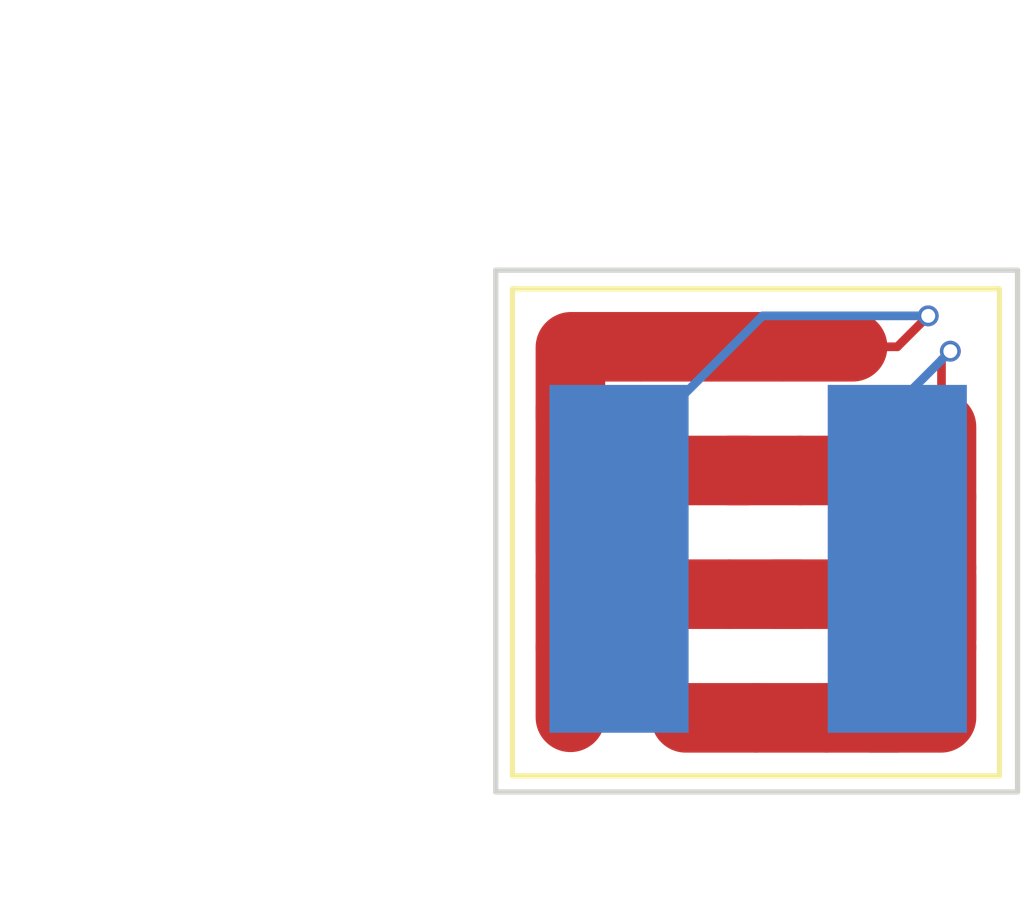
<source format=kicad_pcb>
(kicad_pcb (version 4) (host pcbnew 4.0.6)

  (general
    (links 25)
    (no_connects 18)
    (area 149.924999 89.924999 165.075001 105.075001)
    (thickness 1.6)
    (drawings 6)
    (tracks 13)
    (zones 0)
    (modules 2)
    (nets 3)
  )

  (page A4)
  (layers
    (0 F.Cu signal)
    (31 B.Cu signal)
    (32 B.Adhes user)
    (33 F.Adhes user)
    (34 B.Paste user)
    (35 F.Paste user)
    (36 B.SilkS user)
    (37 F.SilkS user)
    (38 B.Mask user)
    (39 F.Mask user)
    (40 Dwgs.User user)
    (41 Cmts.User user)
    (42 Eco1.User user)
    (43 Eco2.User user)
    (44 Edge.Cuts user)
    (45 Margin user)
    (46 B.CrtYd user)
    (47 F.CrtYd user)
    (48 B.Fab user)
    (49 F.Fab user)
  )

  (setup
    (last_trace_width 0.25)
    (trace_clearance 0.2)
    (zone_clearance 0.508)
    (zone_45_only yes)
    (trace_min 0.2)
    (segment_width 0.2)
    (edge_width 0.15)
    (via_size 0.6)
    (via_drill 0.4)
    (via_min_size 0.4)
    (via_min_drill 0.3)
    (uvia_size 0.3)
    (uvia_drill 0.1)
    (uvias_allowed no)
    (uvia_min_size 0.2)
    (uvia_min_drill 0.1)
    (pcb_text_width 0.3)
    (pcb_text_size 1.5 1.5)
    (mod_edge_width 0.15)
    (mod_text_size 1 1)
    (mod_text_width 0.15)
    (pad_size 4 2)
    (pad_drill 0)
    (pad_to_mask_clearance 0.2)
    (aux_axis_origin 188.468 96.3295)
    (visible_elements 7FFFFFFF)
    (pcbplotparams
      (layerselection 0x00030_80000001)
      (usegerberextensions false)
      (excludeedgelayer true)
      (linewidth 0.100000)
      (plotframeref false)
      (viasonmask false)
      (mode 1)
      (useauxorigin false)
      (hpglpennumber 1)
      (hpglpenspeed 20)
      (hpglpendiameter 15)
      (hpglpenoverlay 2)
      (psnegative false)
      (psa4output false)
      (plotreference true)
      (plotvalue true)
      (plotinvisibletext false)
      (padsonsilk false)
      (subtractmaskfromsilk false)
      (outputformat 1)
      (mirror false)
      (drillshape 1)
      (scaleselection 1)
      (outputdirectory ""))
  )

  (net 0 "")
  (net 1 "Net-(J1-Pad1)")
  (net 2 GND)

  (net_class Default "This is the default net class."
    (clearance 0.2)
    (trace_width 0.25)
    (via_dia 0.6)
    (via_drill 0.4)
    (uvia_dia 0.3)
    (uvia_drill 0.1)
    (add_net GND)
    (add_net "Net-(J1-Pad1)")
  )

  (module touch_zig (layer F.Cu) (tedit 5B1A68C8) (tstamp 5B040897)
    (at 157.48 97.536)
    (path /5AF988CE)
    (fp_text reference JP1 (at 0 9.652) (layer F.Fab)
      (effects (font (size 1 1) (thickness 0.15)))
    )
    (fp_text value touch (at 0 8.128) (layer F.Fab)
      (effects (font (size 1 1) (thickness 0.15)))
    )
    (fp_line (start -7 7) (end 7 7) (layer F.SilkS) (width 0.15))
    (fp_line (start 7 7) (end 7 -7) (layer F.SilkS) (width 0.15))
    (fp_line (start -7 -7) (end 7 -7) (layer F.SilkS) (width 0.15))
    (fp_line (start -7 7) (end -7 -7) (layer F.SilkS) (width 0.15))
    (pad 2 smd oval (at 5.334 2.032) (size 2 4) (layers F.Cu F.Paste F.Mask)
      (net 1 "Net-(J1-Pad1)"))
    (pad 1 smd oval (at -5.334 -0.508) (size 2 4) (layers F.Cu F.Paste F.Mask)
      (net 2 GND))
    (pad 1 smd oval (at 1.524 1.778) (size 4 2) (layers F.Cu F.Paste F.Mask)
      (net 2 GND))
    (pad 1 smd oval (at 0.254 1.778) (size 4 2) (layers F.Cu F.Paste F.Mask)
      (net 2 GND))
    (pad 1 smd oval (at -1.778 1.778) (size 4 2) (layers F.Cu F.Paste F.Mask)
      (net 2 GND))
    (pad 1 smd oval (at -3.81 1.778) (size 4 2) (layers F.Cu F.Paste F.Mask)
      (net 2 GND))
    (pad 2 smd oval (at -1.27 -1.778) (size 4 2) (layers F.Cu F.Paste F.Mask)
      (net 1 "Net-(J1-Pad1)"))
    (pad 2 smd oval (at 0.254 -1.778) (size 4 2) (layers F.Cu F.Paste F.Mask)
      (net 1 "Net-(J1-Pad1)"))
    (pad 2 smd oval (at 2.286 -1.778) (size 4 2) (layers F.Cu F.Paste F.Mask)
      (net 1 "Net-(J1-Pad1)"))
    (pad 2 smd oval (at 4.318 -1.778) (size 4 2) (layers F.Cu F.Paste F.Mask)
      (net 1 "Net-(J1-Pad1)"))
    (pad 2 smd oval (at 5.334 -2.032) (size 2 4) (layers F.Cu F.Paste F.Mask)
      (net 1 "Net-(J1-Pad1)"))
    (pad 2 smd oval (at 5.334 0) (size 2 4) (layers F.Cu F.Paste F.Mask)
      (net 1 "Net-(J1-Pad1)"))
    (pad 2 smd oval (at 5.334 2.286) (size 2 4) (layers F.Cu F.Paste F.Mask)
      (net 1 "Net-(J1-Pad1)"))
    (pad 2 smd oval (at 5.334 4.318) (size 2 4) (layers F.Cu F.Paste F.Mask)
      (net 1 "Net-(J1-Pad1)"))
    (pad 2 smd oval (at 4.318 5.334) (size 4 2) (layers F.Cu F.Paste F.Mask)
      (net 1 "Net-(J1-Pad1)"))
    (pad 2 smd oval (at 3.048 5.334) (size 4 2) (layers F.Cu F.Paste F.Mask)
      (net 1 "Net-(J1-Pad1)"))
    (pad 2 smd oval (at 1.016 5.334) (size 4 2) (layers F.Cu F.Paste F.Mask)
      (net 1 "Net-(J1-Pad1)"))
    (pad 2 smd oval (at -1.016 5.334) (size 4 2) (layers F.Cu F.Paste F.Mask)
      (net 1 "Net-(J1-Pad1)"))
    (pad 1 smd oval (at -5.334 4.318) (size 2 4) (layers F.Cu F.Paste F.Mask)
      (net 2 GND))
    (pad 1 smd oval (at -5.334 2.286) (size 2 4) (layers F.Cu F.Paste F.Mask)
      (net 2 GND))
    (pad 1 smd oval (at -5.334 0.254) (size 2 4) (layers F.Cu F.Paste F.Mask)
      (net 2 GND))
    (pad 1 smd oval (at -5.334 -2.54) (size 2 4) (layers F.Cu F.Paste F.Mask)
      (net 2 GND))
    (pad 1 smd oval (at 1.778 -5.334) (size 4 2) (layers F.Cu F.Paste F.Mask)
      (net 2 GND))
    (pad 1 smd oval (at -0.254 -5.334) (size 4 2) (layers F.Cu F.Paste F.Mask)
      (net 2 GND))
    (pad 1 smd oval (at -2.286 -5.334) (size 4 2) (layers F.Cu F.Paste F.Mask)
      (net 2 GND))
    (pad 1 smd oval (at -4.318 -5.334) (size 4 2) (layers F.Cu F.Paste F.Mask)
      (net 2 GND))
    (pad 1 smd oval (at -5.334 -4.318) (size 2 4) (layers F.Cu F.Paste F.Mask)
      (net 2 GND))
  )

  (module touch_conn (layer B.Cu) (tedit 5B1A665A) (tstamp 5B04087E)
    (at 157.5435 98.298 90)
    (path /5B018E1F)
    (fp_text reference J1 (at 0 -7.112 90) (layer B.Fab)
      (effects (font (size 1 1) (thickness 0.15)) (justify mirror))
    )
    (fp_text value CONN_01X02 (at 0 -8.89 90) (layer B.Fab)
      (effects (font (size 1 1) (thickness 0.15)) (justify mirror))
    )
    (pad 2 smd rect (at 0 -4 90) (size 10 4) (layers B.Cu B.Paste B.Mask)
      (net 2 GND))
    (pad 1 smd rect (at 0 4 90) (size 10 4) (layers B.Cu B.Paste B.Mask)
      (net 1 "Net-(J1-Pad1)"))
  )

  (gr_line (start 150 90) (end 165 90) (angle 90) (layer Edge.Cuts) (width 0.15))
  (dimension 14.986 (width 0.3) (layer Eco1.User)
    (gr_text "15 mm" (at 142.033001 97.4725 270) (layer Eco1.User)
      (effects (font (size 1.5 1.5) (thickness 0.3)))
    )
    (feature1 (pts (xy 149.987 104.9655) (xy 140.683001 104.9655)))
    (feature2 (pts (xy 149.987 89.9795) (xy 140.683001 89.9795)))
    (crossbar (pts (xy 143.383001 89.9795) (xy 143.383001 104.9655)))
    (arrow1a (pts (xy 143.383001 104.9655) (xy 142.79658 103.838996)))
    (arrow1b (pts (xy 143.383001 104.9655) (xy 143.969422 103.838996)))
    (arrow2a (pts (xy 143.383001 89.9795) (xy 142.79658 91.106004)))
    (arrow2b (pts (xy 143.383001 89.9795) (xy 143.969422 91.106004)))
  )
  (dimension 15.049634 (width 0.3) (layer Eco1.User)
    (gr_text "15 mm" (at 157.536749 84.086397 359.7582471) (layer Eco1.User)
      (effects (font (size 1.5 1.5) (thickness 0.3)))
    )
    (feature1 (pts (xy 165.0365 90.043) (xy 165.067195 82.768159)))
    (feature2 (pts (xy 149.987 89.9795) (xy 150.017695 82.704659)))
    (crossbar (pts (xy 150.006303 85.404635) (xy 165.055803 85.468135)))
    (arrow1a (pts (xy 165.055803 85.468135) (xy 163.926835 86.049797)))
    (arrow1b (pts (xy 165.055803 85.468135) (xy 163.931784 84.876966)))
    (arrow2a (pts (xy 150.006303 85.404635) (xy 151.130322 85.995804)))
    (arrow2b (pts (xy 150.006303 85.404635) (xy 151.135271 84.822973)))
  )
  (gr_line (start 150 105) (end 165 105) (angle 90) (layer Edge.Cuts) (width 0.15) (tstamp 5B02E455))
  (gr_line (start 165 90) (end 165 105) (angle 90) (layer Edge.Cuts) (width 0.15) (tstamp 5B02E449))
  (gr_line (start 150 90) (end 150 105) (angle 90) (layer Edge.Cuts) (width 0.15))

  (segment (start 161.48 101.092) (end 161.48 93.917) (width 0.25) (layer B.Cu) (net 1))
  (segment (start 162.814 92.583) (end 162.814 95.504) (width 0.25) (layer F.Cu) (net 1) (tstamp 5B05992C))
  (segment (start 163.068 92.329) (end 162.814 92.583) (width 0.25) (layer F.Cu) (net 1) (tstamp 5B05992B))
  (via (at 163.068 92.329) (size 0.6) (drill 0.4) (layers F.Cu B.Cu) (net 1))
  (segment (start 161.48 93.917) (end 163.068 92.329) (width 0.25) (layer B.Cu) (net 1) (tstamp 5B059927))
  (segment (start 162.814 95.504) (end 161.798 95.758) (width 0.25) (layer F.Cu) (net 1) (tstamp 5B05992D))
  (segment (start 162.433 91.313) (end 157.6705 91.313) (width 0.25) (layer B.Cu) (net 2))
  (segment (start 159.258 92.202) (end 161.544 92.202) (width 0.25) (layer F.Cu) (net 2) (tstamp 5B059931))
  (segment (start 162.433 91.313) (end 161.544 92.202) (width 0.25) (layer F.Cu) (net 2) (tstamp 5B059930))
  (via (at 162.433 91.313) (size 0.6) (drill 0.4) (layers F.Cu B.Cu) (net 2))
  (segment (start 157.6705 91.313) (end 153.5435 95.44) (width 0.25) (layer B.Cu) (net 2) (tstamp 5B1A6717) (status 800000))
  (segment (start 153.5435 95.44) (end 153.5435 98.298) (width 0.25) (layer B.Cu) (net 2) (tstamp 5B1A671B) (status C00000))
  (segment (start 153.48 101.092) (end 153.48 100.266) (width 0.25) (layer B.Cu) (net 2))

)

</source>
